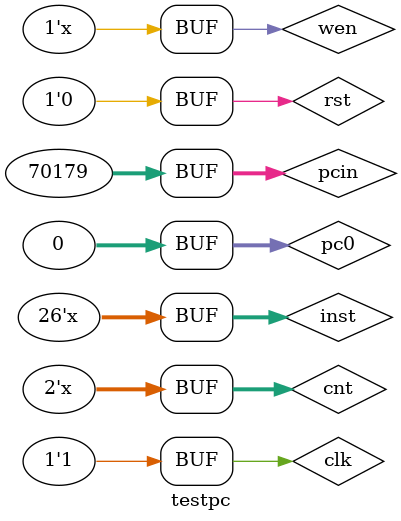
<source format=v>
`timescale 1ns / 1ps

module testpc;
reg[31:0]pcin,pc0;
reg[25:0]inst;
reg clk,rst,wen;
reg[1:0]cnt;
wire[31:0]pcout;
prog_cnt uut(pcin,pc0,inst,clk,rst,wen,cnt,pcout);
initial begin
pcin=32'h00011223;
pc0=32'h00000000;
inst=26'b00110011001100110010000111;
cnt=2'b00;
clk=0;
rst=1;
wen=0;
#1 clk=1;
#1 rst=0;
end
always begin
#10 clk=0;
cnt=cnt+1;
#10 clk=1;#10 clk=0;
wen=~wen;
#10 clk=1;#10 clk=0;
inst=inst+1;
#10 clk=1;
end
endmodule

</source>
